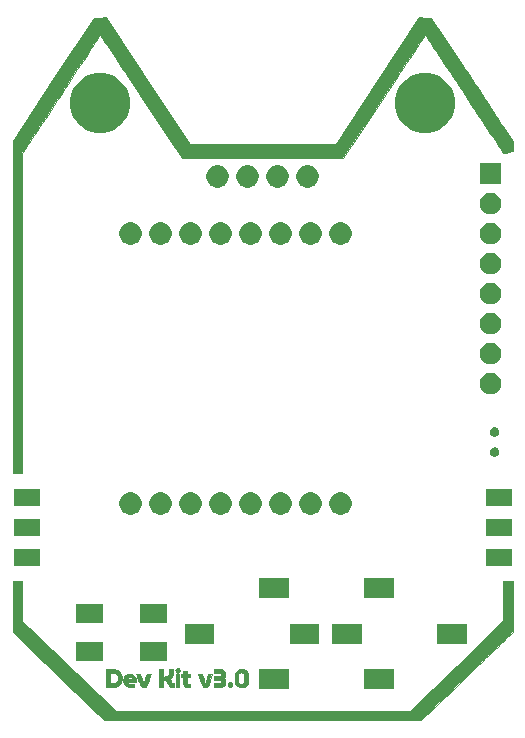
<source format=gts>
G04 #@! TF.GenerationSoftware,KiCad,Pcbnew,5.1.5+dfsg1-2build2*
G04 #@! TF.CreationDate,2022-06-13T19:55:36-07:00*
G04 #@! TF.ProjectId,v3.0.1-Dev-Kit,76332e30-2e31-42d4-9465-762d4b69742e,rev?*
G04 #@! TF.SameCoordinates,Original*
G04 #@! TF.FileFunction,Soldermask,Top*
G04 #@! TF.FilePolarity,Negative*
%FSLAX46Y46*%
G04 Gerber Fmt 4.6, Leading zero omitted, Abs format (unit mm)*
G04 Created by KiCad (PCBNEW 5.1.5+dfsg1-2build2) date 2022-06-13 19:55:36*
%MOMM*%
%LPD*%
G04 APERTURE LIST*
%ADD10C,0.010000*%
%ADD11C,0.150000*%
G04 APERTURE END LIST*
D10*
G36*
X-20370800Y-19828261D02*
G01*
X-16402050Y-23654829D01*
X-12433300Y-27481398D01*
X12459680Y-27481400D01*
X16427940Y-23655249D01*
X20396199Y-19829098D01*
X20396200Y-18168849D01*
X20396200Y-16508600D01*
X21183600Y-16508600D01*
X21182541Y-18648550D01*
X21181483Y-20788500D01*
X20617391Y-21327049D01*
X20538866Y-21402217D01*
X20426051Y-21510506D01*
X20281198Y-21649744D01*
X20106559Y-21817763D01*
X19904385Y-22012392D01*
X19676929Y-22231460D01*
X19426440Y-22472798D01*
X19155172Y-22734235D01*
X18865376Y-23013603D01*
X18559303Y-23308729D01*
X18239205Y-23617445D01*
X17907333Y-23937580D01*
X17565939Y-24266964D01*
X17217275Y-24603428D01*
X16863592Y-24944800D01*
X16738600Y-25065458D01*
X13423900Y-28265318D01*
X-13398500Y-28265394D01*
X-17272000Y-24526960D01*
X-21145500Y-20788525D01*
X-21151994Y-18648562D01*
X-21158486Y-16508600D01*
X-20370800Y-16508600D01*
X-20370800Y-19828261D01*
G37*
X-20370800Y-19828261D02*
X-16402050Y-23654829D01*
X-12433300Y-27481398D01*
X12459680Y-27481400D01*
X16427940Y-23655249D01*
X20396199Y-19829098D01*
X20396200Y-18168849D01*
X20396200Y-16508600D01*
X21183600Y-16508600D01*
X21182541Y-18648550D01*
X21181483Y-20788500D01*
X20617391Y-21327049D01*
X20538866Y-21402217D01*
X20426051Y-21510506D01*
X20281198Y-21649744D01*
X20106559Y-21817763D01*
X19904385Y-22012392D01*
X19676929Y-22231460D01*
X19426440Y-22472798D01*
X19155172Y-22734235D01*
X18865376Y-23013603D01*
X18559303Y-23308729D01*
X18239205Y-23617445D01*
X17907333Y-23937580D01*
X17565939Y-24266964D01*
X17217275Y-24603428D01*
X16863592Y-24944800D01*
X16738600Y-25065458D01*
X13423900Y-28265318D01*
X-13398500Y-28265394D01*
X-17272000Y-24526960D01*
X-21145500Y-20788525D01*
X-21151994Y-18648562D01*
X-21158486Y-16508600D01*
X-20370800Y-16508600D01*
X-20370800Y-19828261D01*
G36*
X-10210581Y-24738889D02*
G01*
X-10166624Y-24872097D01*
X-10126183Y-24985250D01*
X-10092221Y-25070777D01*
X-10067702Y-25121105D01*
X-10057091Y-25131090D01*
X-10033652Y-25096009D01*
X-10033000Y-25089426D01*
X-10025672Y-25056912D01*
X-10005489Y-24985198D01*
X-9975150Y-24883445D01*
X-9937357Y-24760813D01*
X-9917362Y-24697226D01*
X-9801724Y-24331800D01*
X-9637962Y-24331800D01*
X-9540090Y-24335511D01*
X-9487896Y-24347248D01*
X-9475944Y-24363550D01*
X-9484624Y-24396303D01*
X-9507810Y-24469098D01*
X-9542895Y-24574147D01*
X-9587270Y-24703661D01*
X-9638329Y-24849853D01*
X-9647394Y-24875545D01*
X-9711956Y-25055324D01*
X-9764851Y-25192789D01*
X-9810039Y-25293962D01*
X-9851479Y-25364868D01*
X-9893131Y-25411527D01*
X-9938955Y-25439964D01*
X-9992910Y-25456201D01*
X-10033596Y-25462979D01*
X-10122133Y-25460686D01*
X-10202533Y-25438948D01*
X-10271564Y-25394958D01*
X-10323934Y-25340445D01*
X-10341795Y-25302076D01*
X-10371916Y-25225672D01*
X-10411073Y-25120498D01*
X-10456043Y-24995815D01*
X-10503604Y-24860886D01*
X-10550531Y-24724975D01*
X-10593603Y-24597344D01*
X-10629595Y-24487255D01*
X-10655286Y-24403973D01*
X-10667450Y-24356758D01*
X-10668000Y-24351643D01*
X-10644839Y-24341508D01*
X-10584271Y-24334356D01*
X-10503991Y-24331800D01*
X-10339982Y-24331800D01*
X-10210581Y-24738889D01*
G37*
X-10210581Y-24738889D02*
X-10166624Y-24872097D01*
X-10126183Y-24985250D01*
X-10092221Y-25070777D01*
X-10067702Y-25121105D01*
X-10057091Y-25131090D01*
X-10033652Y-25096009D01*
X-10033000Y-25089426D01*
X-10025672Y-25056912D01*
X-10005489Y-24985198D01*
X-9975150Y-24883445D01*
X-9937357Y-24760813D01*
X-9917362Y-24697226D01*
X-9801724Y-24331800D01*
X-9637962Y-24331800D01*
X-9540090Y-24335511D01*
X-9487896Y-24347248D01*
X-9475944Y-24363550D01*
X-9484624Y-24396303D01*
X-9507810Y-24469098D01*
X-9542895Y-24574147D01*
X-9587270Y-24703661D01*
X-9638329Y-24849853D01*
X-9647394Y-24875545D01*
X-9711956Y-25055324D01*
X-9764851Y-25192789D01*
X-9810039Y-25293962D01*
X-9851479Y-25364868D01*
X-9893131Y-25411527D01*
X-9938955Y-25439964D01*
X-9992910Y-25456201D01*
X-10033596Y-25462979D01*
X-10122133Y-25460686D01*
X-10202533Y-25438948D01*
X-10271564Y-25394958D01*
X-10323934Y-25340445D01*
X-10341795Y-25302076D01*
X-10371916Y-25225672D01*
X-10411073Y-25120498D01*
X-10456043Y-24995815D01*
X-10503604Y-24860886D01*
X-10550531Y-24724975D01*
X-10593603Y-24597344D01*
X-10629595Y-24487255D01*
X-10655286Y-24403973D01*
X-10667450Y-24356758D01*
X-10668000Y-24351643D01*
X-10644839Y-24341508D01*
X-10584271Y-24334356D01*
X-10503991Y-24331800D01*
X-10339982Y-24331800D01*
X-10210581Y-24738889D01*
G36*
X-4405563Y-24806923D02*
G01*
X-4455965Y-24956126D01*
X-4501719Y-25090691D01*
X-4540034Y-25202482D01*
X-4568120Y-25283364D01*
X-4583188Y-25325201D01*
X-4583994Y-25327226D01*
X-4633243Y-25387363D01*
X-4716759Y-25433633D01*
X-4818660Y-25460280D01*
X-4923064Y-25461547D01*
X-4944551Y-25457899D01*
X-4993143Y-25442332D01*
X-5036042Y-25413685D01*
X-5076432Y-25366189D01*
X-5117498Y-25294073D01*
X-5162427Y-25191569D01*
X-5214402Y-25052904D01*
X-5276610Y-24872311D01*
X-5290177Y-24831798D01*
X-5457076Y-24331800D01*
X-5113852Y-24331800D01*
X-4988976Y-24737928D01*
X-4946818Y-24872384D01*
X-4908985Y-24988076D01*
X-4878215Y-25077025D01*
X-4857245Y-25131249D01*
X-4849611Y-25144328D01*
X-4837554Y-25121476D01*
X-4813397Y-25058064D01*
X-4779953Y-24962092D01*
X-4740037Y-24841564D01*
X-4709021Y-24744550D01*
X-4582921Y-24344500D01*
X-4413862Y-24337023D01*
X-4244804Y-24329547D01*
X-4405563Y-24806923D01*
G37*
X-4405563Y-24806923D02*
X-4455965Y-24956126D01*
X-4501719Y-25090691D01*
X-4540034Y-25202482D01*
X-4568120Y-25283364D01*
X-4583188Y-25325201D01*
X-4583994Y-25327226D01*
X-4633243Y-25387363D01*
X-4716759Y-25433633D01*
X-4818660Y-25460280D01*
X-4923064Y-25461547D01*
X-4944551Y-25457899D01*
X-4993143Y-25442332D01*
X-5036042Y-25413685D01*
X-5076432Y-25366189D01*
X-5117498Y-25294073D01*
X-5162427Y-25191569D01*
X-5214402Y-25052904D01*
X-5276610Y-24872311D01*
X-5290177Y-24831798D01*
X-5457076Y-24331800D01*
X-5113852Y-24331800D01*
X-4988976Y-24737928D01*
X-4946818Y-24872384D01*
X-4908985Y-24988076D01*
X-4878215Y-25077025D01*
X-4857245Y-25131249D01*
X-4849611Y-25144328D01*
X-4837554Y-25121476D01*
X-4813397Y-25058064D01*
X-4779953Y-24962092D01*
X-4740037Y-24841564D01*
X-4709021Y-24744550D01*
X-4582921Y-24344500D01*
X-4413862Y-24337023D01*
X-4244804Y-24329547D01*
X-4405563Y-24806923D01*
G36*
X-2704047Y-25055523D02*
G01*
X-2619020Y-25112551D01*
X-2614247Y-25117246D01*
X-2554343Y-25202442D01*
X-2545170Y-25287247D01*
X-2586752Y-25371261D01*
X-2597150Y-25383527D01*
X-2680678Y-25446601D01*
X-2772428Y-25463426D01*
X-2844800Y-25442545D01*
X-2919843Y-25379276D01*
X-2956025Y-25295585D01*
X-2952094Y-25205200D01*
X-2906799Y-25121850D01*
X-2876621Y-25093398D01*
X-2789517Y-25049175D01*
X-2704047Y-25055523D01*
G37*
X-2704047Y-25055523D02*
X-2619020Y-25112551D01*
X-2614247Y-25117246D01*
X-2554343Y-25202442D01*
X-2545170Y-25287247D01*
X-2586752Y-25371261D01*
X-2597150Y-25383527D01*
X-2680678Y-25446601D01*
X-2772428Y-25463426D01*
X-2844800Y-25442545D01*
X-2919843Y-25379276D01*
X-2956025Y-25295585D01*
X-2952094Y-25205200D01*
X-2906799Y-25121850D01*
X-2876621Y-25093398D01*
X-2789517Y-25049175D01*
X-2704047Y-25055523D01*
G36*
X-1599800Y-23941644D02*
G01*
X-1457050Y-24008126D01*
X-1340776Y-24108878D01*
X-1271569Y-24214259D01*
X-1250102Y-24262435D01*
X-1235239Y-24309964D01*
X-1226045Y-24366780D01*
X-1221586Y-24442816D01*
X-1220927Y-24548006D01*
X-1223134Y-24692284D01*
X-1223749Y-24722460D01*
X-1227120Y-24871781D01*
X-1231121Y-24979862D01*
X-1237362Y-25056255D01*
X-1247454Y-25110509D01*
X-1263011Y-25152176D01*
X-1285643Y-25190808D01*
X-1308333Y-25223681D01*
X-1416655Y-25335644D01*
X-1555233Y-25415095D01*
X-1712140Y-25457831D01*
X-1875453Y-25459648D01*
X-1942777Y-25447275D01*
X-2092732Y-25385279D01*
X-2216404Y-25283538D01*
X-2305926Y-25149653D01*
X-2337493Y-25065985D01*
X-2349644Y-24993095D01*
X-2357480Y-24883892D01*
X-2361061Y-24752674D01*
X-2360451Y-24613738D01*
X-2355711Y-24481381D01*
X-2346905Y-24369902D01*
X-2344119Y-24353292D01*
X-2032000Y-24353292D01*
X-2032000Y-25021507D01*
X-1957754Y-25095753D01*
X-1866035Y-25157191D01*
X-1766868Y-25169534D01*
X-1666439Y-25132623D01*
X-1627549Y-25104242D01*
X-1549400Y-25038484D01*
X-1549400Y-24336315D01*
X-1627549Y-24270557D01*
X-1726761Y-24214028D01*
X-1827170Y-24206815D01*
X-1922590Y-24248760D01*
X-1957754Y-24279046D01*
X-2032000Y-24353292D01*
X-2344119Y-24353292D01*
X-2334123Y-24293700D01*
X-2280984Y-24182219D01*
X-2191142Y-24076927D01*
X-2078315Y-23990211D01*
X-1956219Y-23934457D01*
X-1928415Y-23927347D01*
X-1759948Y-23913395D01*
X-1599800Y-23941644D01*
G37*
X-1599800Y-23941644D02*
X-1457050Y-24008126D01*
X-1340776Y-24108878D01*
X-1271569Y-24214259D01*
X-1250102Y-24262435D01*
X-1235239Y-24309964D01*
X-1226045Y-24366780D01*
X-1221586Y-24442816D01*
X-1220927Y-24548006D01*
X-1223134Y-24692284D01*
X-1223749Y-24722460D01*
X-1227120Y-24871781D01*
X-1231121Y-24979862D01*
X-1237362Y-25056255D01*
X-1247454Y-25110509D01*
X-1263011Y-25152176D01*
X-1285643Y-25190808D01*
X-1308333Y-25223681D01*
X-1416655Y-25335644D01*
X-1555233Y-25415095D01*
X-1712140Y-25457831D01*
X-1875453Y-25459648D01*
X-1942777Y-25447275D01*
X-2092732Y-25385279D01*
X-2216404Y-25283538D01*
X-2305926Y-25149653D01*
X-2337493Y-25065985D01*
X-2349644Y-24993095D01*
X-2357480Y-24883892D01*
X-2361061Y-24752674D01*
X-2360451Y-24613738D01*
X-2355711Y-24481381D01*
X-2346905Y-24369902D01*
X-2344119Y-24353292D01*
X-2032000Y-24353292D01*
X-2032000Y-25021507D01*
X-1957754Y-25095753D01*
X-1866035Y-25157191D01*
X-1766868Y-25169534D01*
X-1666439Y-25132623D01*
X-1627549Y-25104242D01*
X-1549400Y-25038484D01*
X-1549400Y-24336315D01*
X-1627549Y-24270557D01*
X-1726761Y-24214028D01*
X-1827170Y-24206815D01*
X-1922590Y-24248760D01*
X-1957754Y-24279046D01*
X-2032000Y-24353292D01*
X-2344119Y-24353292D01*
X-2334123Y-24293700D01*
X-2280984Y-24182219D01*
X-2191142Y-24076927D01*
X-2078315Y-23990211D01*
X-1956219Y-23934457D01*
X-1928415Y-23927347D01*
X-1759948Y-23913395D01*
X-1599800Y-23941644D01*
G36*
X-12840163Y-23930883D02*
G01*
X-12693967Y-23936405D01*
X-12587038Y-23942801D01*
X-12507858Y-23952094D01*
X-12444907Y-23966307D01*
X-12386665Y-23987466D01*
X-12321613Y-24017593D01*
X-12307667Y-24024432D01*
X-12147772Y-24124538D01*
X-12030905Y-24247861D01*
X-11955221Y-24397740D01*
X-11918877Y-24577514D01*
X-11916277Y-24732884D01*
X-11941367Y-24921079D01*
X-12000004Y-25075632D01*
X-12095713Y-25203886D01*
X-12176358Y-25274280D01*
X-12255831Y-25329892D01*
X-12332514Y-25370902D01*
X-12416847Y-25399930D01*
X-12519268Y-25419596D01*
X-12650219Y-25432519D01*
X-12820138Y-25441317D01*
X-12846050Y-25442310D01*
X-13208000Y-25455798D01*
X-13208000Y-25144600D01*
X-12877800Y-25144600D01*
X-12719050Y-25144182D01*
X-12597552Y-25135801D01*
X-12502810Y-25108165D01*
X-12461089Y-25087032D01*
X-12344429Y-24998107D01*
X-12271333Y-24887146D01*
X-12243303Y-24791747D01*
X-12235186Y-24629201D01*
X-12271036Y-24488211D01*
X-12346921Y-24373416D01*
X-12458906Y-24289454D01*
X-12603060Y-24240966D01*
X-12719050Y-24230617D01*
X-12877800Y-24230200D01*
X-12877800Y-25144600D01*
X-13208000Y-25144600D01*
X-13208000Y-23918395D01*
X-12840163Y-23930883D01*
G37*
X-12840163Y-23930883D02*
X-12693967Y-23936405D01*
X-12587038Y-23942801D01*
X-12507858Y-23952094D01*
X-12444907Y-23966307D01*
X-12386665Y-23987466D01*
X-12321613Y-24017593D01*
X-12307667Y-24024432D01*
X-12147772Y-24124538D01*
X-12030905Y-24247861D01*
X-11955221Y-24397740D01*
X-11918877Y-24577514D01*
X-11916277Y-24732884D01*
X-11941367Y-24921079D01*
X-12000004Y-25075632D01*
X-12095713Y-25203886D01*
X-12176358Y-25274280D01*
X-12255831Y-25329892D01*
X-12332514Y-25370902D01*
X-12416847Y-25399930D01*
X-12519268Y-25419596D01*
X-12650219Y-25432519D01*
X-12820138Y-25441317D01*
X-12846050Y-25442310D01*
X-13208000Y-25455798D01*
X-13208000Y-25144600D01*
X-12877800Y-25144600D01*
X-12719050Y-25144182D01*
X-12597552Y-25135801D01*
X-12502810Y-25108165D01*
X-12461089Y-25087032D01*
X-12344429Y-24998107D01*
X-12271333Y-24887146D01*
X-12243303Y-24791747D01*
X-12235186Y-24629201D01*
X-12271036Y-24488211D01*
X-12346921Y-24373416D01*
X-12458906Y-24289454D01*
X-12603060Y-24240966D01*
X-12719050Y-24230617D01*
X-12877800Y-24230200D01*
X-12877800Y-25144600D01*
X-13208000Y-25144600D01*
X-13208000Y-23918395D01*
X-12840163Y-23930883D01*
G36*
X-11073524Y-24329718D02*
G01*
X-10941393Y-24395385D01*
X-10836279Y-24498820D01*
X-10762314Y-24635301D01*
X-10723627Y-24800106D01*
X-10718800Y-24889147D01*
X-10718800Y-24992200D01*
X-11087994Y-24992200D01*
X-11231459Y-24992412D01*
X-11331218Y-24993784D01*
X-11394369Y-24997419D01*
X-11428005Y-25004417D01*
X-11439223Y-25015882D01*
X-11435118Y-25032916D01*
X-11428850Y-25045150D01*
X-11367845Y-25106289D01*
X-11262414Y-25147467D01*
X-11115195Y-25167841D01*
X-11037116Y-25170000D01*
X-10845800Y-25170000D01*
X-10845800Y-25449400D01*
X-11042650Y-25447685D01*
X-11156980Y-25442601D01*
X-11268719Y-25430899D01*
X-11353979Y-25415094D01*
X-11355056Y-25414805D01*
X-11509083Y-25357004D01*
X-11624167Y-25274459D01*
X-11708720Y-25160807D01*
X-11720309Y-25138648D01*
X-11773221Y-24984221D01*
X-11783846Y-24828202D01*
X-11771513Y-24763600D01*
X-11456705Y-24763600D01*
X-11252853Y-24763600D01*
X-11148401Y-24761814D01*
X-11085649Y-24755336D01*
X-11055585Y-24742480D01*
X-11049000Y-24725500D01*
X-11071226Y-24668623D01*
X-11126244Y-24618414D01*
X-11196561Y-24588779D01*
X-11224723Y-24585800D01*
X-11317201Y-24595646D01*
X-11378203Y-24631110D01*
X-11418892Y-24690478D01*
X-11456705Y-24763600D01*
X-11771513Y-24763600D01*
X-11755401Y-24679204D01*
X-11691103Y-24545838D01*
X-11594169Y-24436717D01*
X-11467816Y-24360451D01*
X-11423866Y-24345031D01*
X-11336109Y-24322622D01*
X-11258087Y-24308754D01*
X-11228540Y-24306541D01*
X-11073524Y-24329718D01*
G37*
X-11073524Y-24329718D02*
X-10941393Y-24395385D01*
X-10836279Y-24498820D01*
X-10762314Y-24635301D01*
X-10723627Y-24800106D01*
X-10718800Y-24889147D01*
X-10718800Y-24992200D01*
X-11087994Y-24992200D01*
X-11231459Y-24992412D01*
X-11331218Y-24993784D01*
X-11394369Y-24997419D01*
X-11428005Y-25004417D01*
X-11439223Y-25015882D01*
X-11435118Y-25032916D01*
X-11428850Y-25045150D01*
X-11367845Y-25106289D01*
X-11262414Y-25147467D01*
X-11115195Y-25167841D01*
X-11037116Y-25170000D01*
X-10845800Y-25170000D01*
X-10845800Y-25449400D01*
X-11042650Y-25447685D01*
X-11156980Y-25442601D01*
X-11268719Y-25430899D01*
X-11353979Y-25415094D01*
X-11355056Y-25414805D01*
X-11509083Y-25357004D01*
X-11624167Y-25274459D01*
X-11708720Y-25160807D01*
X-11720309Y-25138648D01*
X-11773221Y-24984221D01*
X-11783846Y-24828202D01*
X-11771513Y-24763600D01*
X-11456705Y-24763600D01*
X-11252853Y-24763600D01*
X-11148401Y-24761814D01*
X-11085649Y-24755336D01*
X-11055585Y-24742480D01*
X-11049000Y-24725500D01*
X-11071226Y-24668623D01*
X-11126244Y-24618414D01*
X-11196561Y-24588779D01*
X-11224723Y-24585800D01*
X-11317201Y-24595646D01*
X-11378203Y-24631110D01*
X-11418892Y-24690478D01*
X-11456705Y-24763600D01*
X-11771513Y-24763600D01*
X-11755401Y-24679204D01*
X-11691103Y-24545838D01*
X-11594169Y-24436717D01*
X-11467816Y-24360451D01*
X-11423866Y-24345031D01*
X-11336109Y-24322622D01*
X-11258087Y-24308754D01*
X-11228540Y-24306541D01*
X-11073524Y-24329718D01*
G36*
X-8432800Y-24560400D02*
G01*
X-8312150Y-24560258D01*
X-8171036Y-24549097D01*
X-8056684Y-24517971D01*
X-7978776Y-24469884D01*
X-7963649Y-24452161D01*
X-7942540Y-24402537D01*
X-7930040Y-24321666D01*
X-7925020Y-24201082D01*
X-7924800Y-24161048D01*
X-7924800Y-23925400D01*
X-7594600Y-23925400D01*
X-7594742Y-24160350D01*
X-7599302Y-24324186D01*
X-7614851Y-24448705D01*
X-7644530Y-24544780D01*
X-7691480Y-24623286D01*
X-7745644Y-24682727D01*
X-7842332Y-24775427D01*
X-7750996Y-24960013D01*
X-7704767Y-25051261D01*
X-7671195Y-25106053D01*
X-7640852Y-25133678D01*
X-7604308Y-25143428D01*
X-7563631Y-25144600D01*
X-7467600Y-25144600D01*
X-7467600Y-25455317D01*
X-7632427Y-25444822D01*
X-7737488Y-25432920D01*
X-7819175Y-25407511D01*
X-7886253Y-25361179D01*
X-7947487Y-25286509D01*
X-8011643Y-25176086D01*
X-8057182Y-25085491D01*
X-8176864Y-24839800D01*
X-8432800Y-24839800D01*
X-8432800Y-25449400D01*
X-8763000Y-25449400D01*
X-8763000Y-23925400D01*
X-8432800Y-23925400D01*
X-8432800Y-24560400D01*
G37*
X-8432800Y-24560400D02*
X-8312150Y-24560258D01*
X-8171036Y-24549097D01*
X-8056684Y-24517971D01*
X-7978776Y-24469884D01*
X-7963649Y-24452161D01*
X-7942540Y-24402537D01*
X-7930040Y-24321666D01*
X-7925020Y-24201082D01*
X-7924800Y-24161048D01*
X-7924800Y-23925400D01*
X-7594600Y-23925400D01*
X-7594742Y-24160350D01*
X-7599302Y-24324186D01*
X-7614851Y-24448705D01*
X-7644530Y-24544780D01*
X-7691480Y-24623286D01*
X-7745644Y-24682727D01*
X-7842332Y-24775427D01*
X-7750996Y-24960013D01*
X-7704767Y-25051261D01*
X-7671195Y-25106053D01*
X-7640852Y-25133678D01*
X-7604308Y-25143428D01*
X-7563631Y-25144600D01*
X-7467600Y-25144600D01*
X-7467600Y-25455317D01*
X-7632427Y-25444822D01*
X-7737488Y-25432920D01*
X-7819175Y-25407511D01*
X-7886253Y-25361179D01*
X-7947487Y-25286509D01*
X-8011643Y-25176086D01*
X-8057182Y-25085491D01*
X-8176864Y-24839800D01*
X-8432800Y-24839800D01*
X-8432800Y-25449400D01*
X-8763000Y-25449400D01*
X-8763000Y-23925400D01*
X-8432800Y-23925400D01*
X-8432800Y-24560400D01*
G36*
X-7035800Y-25449400D02*
G01*
X-7340600Y-25449400D01*
X-7340600Y-24331800D01*
X-7035800Y-24331800D01*
X-7035800Y-25449400D01*
G37*
X-7035800Y-25449400D02*
X-7340600Y-25449400D01*
X-7340600Y-24331800D01*
X-7035800Y-24331800D01*
X-7035800Y-25449400D01*
G36*
X-6400800Y-24331800D02*
G01*
X-6096000Y-24331800D01*
X-6096000Y-24611200D01*
X-6402519Y-24611200D01*
X-6395310Y-24884250D01*
X-6388100Y-25157300D01*
X-6242050Y-25164917D01*
X-6096000Y-25172535D01*
X-6096000Y-25449400D01*
X-6267450Y-25447394D01*
X-6360690Y-25444583D01*
X-6436670Y-25439198D01*
X-6477000Y-25432837D01*
X-6561392Y-25399506D01*
X-6622392Y-25358134D01*
X-6663652Y-25300482D01*
X-6688827Y-25218308D01*
X-6701571Y-25103373D01*
X-6705536Y-24947437D01*
X-6705600Y-24917261D01*
X-6705600Y-24611200D01*
X-6883400Y-24611200D01*
X-6883400Y-24331800D01*
X-6705600Y-24331800D01*
X-6705600Y-24077800D01*
X-6400800Y-24077800D01*
X-6400800Y-24331800D01*
G37*
X-6400800Y-24331800D02*
X-6096000Y-24331800D01*
X-6096000Y-24611200D01*
X-6402519Y-24611200D01*
X-6395310Y-24884250D01*
X-6388100Y-25157300D01*
X-6242050Y-25164917D01*
X-6096000Y-25172535D01*
X-6096000Y-25449400D01*
X-6267450Y-25447394D01*
X-6360690Y-25444583D01*
X-6436670Y-25439198D01*
X-6477000Y-25432837D01*
X-6561392Y-25399506D01*
X-6622392Y-25358134D01*
X-6663652Y-25300482D01*
X-6688827Y-25218308D01*
X-6701571Y-25103373D01*
X-6705536Y-24947437D01*
X-6705600Y-24917261D01*
X-6705600Y-24611200D01*
X-6883400Y-24611200D01*
X-6883400Y-24331800D01*
X-6705600Y-24331800D01*
X-6705600Y-24077800D01*
X-6400800Y-24077800D01*
X-6400800Y-24331800D01*
G36*
X-3854450Y-23925541D02*
G01*
X-3728327Y-23927942D01*
X-3611385Y-23934320D01*
X-3518745Y-23943627D01*
X-3474239Y-23951917D01*
X-3358025Y-24005084D01*
X-3254116Y-24089657D01*
X-3186788Y-24181164D01*
X-3154086Y-24289938D01*
X-3151838Y-24414334D01*
X-3178873Y-24531783D01*
X-3207894Y-24588393D01*
X-3266187Y-24674700D01*
X-3207894Y-24760794D01*
X-3166680Y-24844204D01*
X-3150481Y-24945182D01*
X-3149600Y-24984305D01*
X-3164755Y-25124636D01*
X-3214158Y-25236263D01*
X-3301877Y-25331098D01*
X-3370730Y-25379216D01*
X-3450762Y-25412987D01*
X-3551814Y-25434514D01*
X-3683728Y-25445903D01*
X-3854450Y-25449258D01*
X-4140200Y-25449400D01*
X-4140200Y-25144600D01*
X-3852037Y-25144600D01*
X-3724420Y-25143654D01*
X-3637479Y-25139807D01*
X-3581106Y-25131545D01*
X-3545196Y-25117353D01*
X-3519642Y-25095717D01*
X-3518662Y-25094641D01*
X-3479199Y-25018998D01*
X-3480626Y-24937241D01*
X-3522043Y-24867547D01*
X-3530239Y-24860384D01*
X-3568655Y-24837554D01*
X-3622941Y-24823484D01*
X-3704706Y-24816369D01*
X-3825514Y-24814400D01*
X-4064000Y-24814400D01*
X-4064000Y-24535000D01*
X-3828352Y-24535000D01*
X-3683744Y-24530276D01*
X-3582912Y-24514272D01*
X-3519553Y-24484239D01*
X-3487363Y-24437428D01*
X-3479800Y-24382974D01*
X-3485505Y-24322902D01*
X-3507503Y-24280719D01*
X-3553124Y-24253398D01*
X-3629698Y-24237916D01*
X-3744552Y-24231245D01*
X-3849915Y-24230200D01*
X-4140200Y-24230200D01*
X-4140200Y-23925400D01*
X-3854450Y-23925541D01*
G37*
X-3854450Y-23925541D02*
X-3728327Y-23927942D01*
X-3611385Y-23934320D01*
X-3518745Y-23943627D01*
X-3474239Y-23951917D01*
X-3358025Y-24005084D01*
X-3254116Y-24089657D01*
X-3186788Y-24181164D01*
X-3154086Y-24289938D01*
X-3151838Y-24414334D01*
X-3178873Y-24531783D01*
X-3207894Y-24588393D01*
X-3266187Y-24674700D01*
X-3207894Y-24760794D01*
X-3166680Y-24844204D01*
X-3150481Y-24945182D01*
X-3149600Y-24984305D01*
X-3164755Y-25124636D01*
X-3214158Y-25236263D01*
X-3301877Y-25331098D01*
X-3370730Y-25379216D01*
X-3450762Y-25412987D01*
X-3551814Y-25434514D01*
X-3683728Y-25445903D01*
X-3854450Y-25449258D01*
X-4140200Y-25449400D01*
X-4140200Y-25144600D01*
X-3852037Y-25144600D01*
X-3724420Y-25143654D01*
X-3637479Y-25139807D01*
X-3581106Y-25131545D01*
X-3545196Y-25117353D01*
X-3519642Y-25095717D01*
X-3518662Y-25094641D01*
X-3479199Y-25018998D01*
X-3480626Y-24937241D01*
X-3522043Y-24867547D01*
X-3530239Y-24860384D01*
X-3568655Y-24837554D01*
X-3622941Y-24823484D01*
X-3704706Y-24816369D01*
X-3825514Y-24814400D01*
X-4064000Y-24814400D01*
X-4064000Y-24535000D01*
X-3828352Y-24535000D01*
X-3683744Y-24530276D01*
X-3582912Y-24514272D01*
X-3519553Y-24484239D01*
X-3487363Y-24437428D01*
X-3479800Y-24382974D01*
X-3485505Y-24322902D01*
X-3507503Y-24280719D01*
X-3553124Y-24253398D01*
X-3629698Y-24237916D01*
X-3744552Y-24231245D01*
X-3849915Y-24230200D01*
X-4140200Y-24230200D01*
X-4140200Y-23925400D01*
X-3854450Y-23925541D01*
G36*
X-7105737Y-23870619D02*
G01*
X-7035518Y-23925091D01*
X-6991958Y-23997937D01*
X-6985000Y-24039700D01*
X-7006935Y-24120890D01*
X-7063411Y-24182697D01*
X-7140439Y-24219200D01*
X-7224027Y-24224482D01*
X-7300186Y-24192622D01*
X-7315200Y-24179400D01*
X-7360663Y-24103861D01*
X-7367082Y-24019683D01*
X-7339688Y-23940339D01*
X-7283710Y-23879304D01*
X-7204378Y-23850052D01*
X-7187046Y-23849200D01*
X-7105737Y-23870619D01*
G37*
X-7105737Y-23870619D02*
X-7035518Y-23925091D01*
X-6991958Y-23997937D01*
X-6985000Y-24039700D01*
X-7006935Y-24120890D01*
X-7063411Y-24182697D01*
X-7140439Y-24219200D01*
X-7224027Y-24224482D01*
X-7300186Y-24192622D01*
X-7315200Y-24179400D01*
X-7360663Y-24103861D01*
X-7367082Y-24019683D01*
X-7339688Y-23940339D01*
X-7283710Y-23879304D01*
X-7204378Y-23850052D01*
X-7187046Y-23849200D01*
X-7105737Y-23870619D01*
G36*
X-18923000Y-15086200D02*
G01*
X-21057444Y-15086200D01*
X-21043900Y-13752700D01*
X-18923000Y-13739442D01*
X-18923000Y-15086200D01*
G37*
X-18923000Y-15086200D02*
X-21057444Y-15086200D01*
X-21043900Y-13752700D01*
X-18923000Y-13739442D01*
X-18923000Y-15086200D01*
G36*
X21082000Y-15086200D02*
G01*
X18948400Y-15086200D01*
X18948400Y-13740000D01*
X21082000Y-13740000D01*
X21082000Y-15086200D01*
G37*
X21082000Y-15086200D02*
X18948400Y-15086200D01*
X18948400Y-13740000D01*
X21082000Y-13740000D01*
X21082000Y-15086200D01*
G36*
X-18923000Y-12546200D02*
G01*
X-21057444Y-12546200D01*
X-21043900Y-11212700D01*
X-18923000Y-11199442D01*
X-18923000Y-12546200D01*
G37*
X-18923000Y-12546200D02*
X-21057444Y-12546200D01*
X-21043900Y-11212700D01*
X-18923000Y-11199442D01*
X-18923000Y-12546200D01*
G36*
X21082000Y-12546200D02*
G01*
X18948400Y-12546200D01*
X18948400Y-11200000D01*
X21082000Y-11200000D01*
X21082000Y-12546200D01*
G37*
X21082000Y-12546200D02*
X18948400Y-12546200D01*
X18948400Y-11200000D01*
X21082000Y-11200000D01*
X21082000Y-12546200D01*
G36*
X-18923000Y-10006200D02*
G01*
X-21057444Y-10006200D01*
X-21043900Y-8672700D01*
X-18923000Y-8659442D01*
X-18923000Y-10006200D01*
G37*
X-18923000Y-10006200D02*
X-21057444Y-10006200D01*
X-21043900Y-8672700D01*
X-18923000Y-8659442D01*
X-18923000Y-10006200D01*
G36*
X21082000Y-10006200D02*
G01*
X18948400Y-10006200D01*
X18948400Y-8660000D01*
X21082000Y-8660000D01*
X21082000Y-10006200D01*
G37*
X21082000Y-10006200D02*
X18948400Y-10006200D01*
X18948400Y-8660000D01*
X21082000Y-8660000D01*
X21082000Y-10006200D01*
G36*
X13763439Y31242382D02*
G01*
X14287500Y31241364D01*
X16890444Y27286332D01*
X17172689Y26857502D01*
X17455989Y26427119D01*
X17738313Y25998265D01*
X18017635Y25574019D01*
X18291923Y25157462D01*
X18559151Y24751673D01*
X18817288Y24359732D01*
X19064306Y23984721D01*
X19298175Y23629718D01*
X19516868Y23297804D01*
X19718355Y22992059D01*
X19900608Y22715564D01*
X20061597Y22471398D01*
X20199293Y22262641D01*
X20311668Y22092374D01*
X20338494Y22051750D01*
X21183600Y20772200D01*
X21183600Y19950980D01*
X20821489Y19844090D01*
X20691175Y19806352D01*
X20576343Y19774460D01*
X20486654Y19750993D01*
X20431767Y19738532D01*
X20421254Y19737201D01*
X20386841Y19757341D01*
X20341743Y19808642D01*
X20317182Y19845150D01*
X20294519Y19880607D01*
X20245795Y19955558D01*
X20172510Y20067728D01*
X20076165Y20214838D01*
X19958262Y20394610D01*
X19820300Y20604767D01*
X19663781Y20843031D01*
X19490205Y21107124D01*
X19301073Y21394768D01*
X19097886Y21703687D01*
X18882144Y22031601D01*
X18655348Y22376233D01*
X18418999Y22735307D01*
X18174598Y23106543D01*
X17923644Y23487664D01*
X17667640Y23876392D01*
X17408086Y24270450D01*
X17146482Y24667560D01*
X16884329Y25065444D01*
X16623128Y25461824D01*
X16364379Y25854423D01*
X16109584Y26240963D01*
X15860243Y26619166D01*
X15617857Y26986755D01*
X15383926Y27341451D01*
X15159952Y27680978D01*
X14947434Y28003056D01*
X14747874Y28305410D01*
X14562772Y28585759D01*
X14393630Y28841829D01*
X14241947Y29071339D01*
X14109225Y29272013D01*
X13996964Y29441573D01*
X13906666Y29577741D01*
X13839830Y29678239D01*
X13797957Y29740790D01*
X13782607Y29763058D01*
X13772909Y29756681D01*
X13749956Y29729598D01*
X13712972Y29680643D01*
X13661177Y29608650D01*
X13593794Y29512456D01*
X13510044Y29390894D01*
X13409149Y29242801D01*
X13290330Y29067011D01*
X13152809Y28862358D01*
X12995808Y28627679D01*
X12818548Y28361808D01*
X12620251Y28063580D01*
X12400138Y27731830D01*
X12157432Y27365393D01*
X11891353Y26963105D01*
X11601124Y26523799D01*
X11285967Y26046312D01*
X10945102Y25529478D01*
X10577752Y24972132D01*
X10299585Y24549906D01*
X6845300Y19305797D01*
X-6819900Y19306151D01*
X-10273933Y24550336D01*
X-10660359Y25136899D01*
X-11019749Y25682125D01*
X-11352886Y26187184D01*
X-11660551Y26653248D01*
X-11943526Y27081486D01*
X-12202594Y27473069D01*
X-12438535Y27829166D01*
X-12652133Y28150949D01*
X-12844168Y28439587D01*
X-13015423Y28696252D01*
X-13166679Y28922112D01*
X-13298719Y29118340D01*
X-13412324Y29286104D01*
X-13508276Y29426575D01*
X-13587357Y29540924D01*
X-13650349Y29630320D01*
X-13698034Y29695935D01*
X-13731193Y29738939D01*
X-13750608Y29760501D01*
X-13756617Y29763311D01*
X-13773133Y29739399D01*
X-13816282Y29674998D01*
X-13884777Y29572058D01*
X-13977331Y29432531D01*
X-14092657Y29258365D01*
X-14229466Y29051512D01*
X-14386473Y28813921D01*
X-14562389Y28547543D01*
X-14755927Y28254329D01*
X-14965800Y27936228D01*
X-15190721Y27595191D01*
X-15429403Y27233168D01*
X-15680558Y26852109D01*
X-15942898Y26453965D01*
X-16215137Y26040686D01*
X-16495988Y25614223D01*
X-16784162Y25176525D01*
X-16803334Y25147400D01*
X-17095759Y24703196D01*
X-17383013Y24266873D01*
X-17663666Y23840603D01*
X-17936286Y23426558D01*
X-18199444Y23026911D01*
X-18451708Y22643834D01*
X-18691648Y22279499D01*
X-18917833Y21936077D01*
X-19128832Y21615741D01*
X-19323215Y21320662D01*
X-19499551Y21053014D01*
X-19656409Y20814968D01*
X-19792359Y20608695D01*
X-19905970Y20436369D01*
X-19995811Y20300161D01*
X-20060452Y20202243D01*
X-20096101Y20148348D01*
X-20370800Y19733995D01*
X-20370800Y-7313800D01*
X-21158200Y-7313800D01*
X-21158052Y20765900D01*
X-17710076Y26003498D01*
X-14262100Y31241095D01*
X-13737601Y31242248D01*
X-13213102Y31243400D01*
X-9686301Y25885293D01*
X-6159500Y20527185D01*
X6184900Y20526773D01*
X9712139Y25885087D01*
X13239379Y31243400D01*
X13763439Y31242382D01*
G37*
X13763439Y31242382D02*
X14287500Y31241364D01*
X16890444Y27286332D01*
X17172689Y26857502D01*
X17455989Y26427119D01*
X17738313Y25998265D01*
X18017635Y25574019D01*
X18291923Y25157462D01*
X18559151Y24751673D01*
X18817288Y24359732D01*
X19064306Y23984721D01*
X19298175Y23629718D01*
X19516868Y23297804D01*
X19718355Y22992059D01*
X19900608Y22715564D01*
X20061597Y22471398D01*
X20199293Y22262641D01*
X20311668Y22092374D01*
X20338494Y22051750D01*
X21183600Y20772200D01*
X21183600Y19950980D01*
X20821489Y19844090D01*
X20691175Y19806352D01*
X20576343Y19774460D01*
X20486654Y19750993D01*
X20431767Y19738532D01*
X20421254Y19737201D01*
X20386841Y19757341D01*
X20341743Y19808642D01*
X20317182Y19845150D01*
X20294519Y19880607D01*
X20245795Y19955558D01*
X20172510Y20067728D01*
X20076165Y20214838D01*
X19958262Y20394610D01*
X19820300Y20604767D01*
X19663781Y20843031D01*
X19490205Y21107124D01*
X19301073Y21394768D01*
X19097886Y21703687D01*
X18882144Y22031601D01*
X18655348Y22376233D01*
X18418999Y22735307D01*
X18174598Y23106543D01*
X17923644Y23487664D01*
X17667640Y23876392D01*
X17408086Y24270450D01*
X17146482Y24667560D01*
X16884329Y25065444D01*
X16623128Y25461824D01*
X16364379Y25854423D01*
X16109584Y26240963D01*
X15860243Y26619166D01*
X15617857Y26986755D01*
X15383926Y27341451D01*
X15159952Y27680978D01*
X14947434Y28003056D01*
X14747874Y28305410D01*
X14562772Y28585759D01*
X14393630Y28841829D01*
X14241947Y29071339D01*
X14109225Y29272013D01*
X13996964Y29441573D01*
X13906666Y29577741D01*
X13839830Y29678239D01*
X13797957Y29740790D01*
X13782607Y29763058D01*
X13772909Y29756681D01*
X13749956Y29729598D01*
X13712972Y29680643D01*
X13661177Y29608650D01*
X13593794Y29512456D01*
X13510044Y29390894D01*
X13409149Y29242801D01*
X13290330Y29067011D01*
X13152809Y28862358D01*
X12995808Y28627679D01*
X12818548Y28361808D01*
X12620251Y28063580D01*
X12400138Y27731830D01*
X12157432Y27365393D01*
X11891353Y26963105D01*
X11601124Y26523799D01*
X11285967Y26046312D01*
X10945102Y25529478D01*
X10577752Y24972132D01*
X10299585Y24549906D01*
X6845300Y19305797D01*
X-6819900Y19306151D01*
X-10273933Y24550336D01*
X-10660359Y25136899D01*
X-11019749Y25682125D01*
X-11352886Y26187184D01*
X-11660551Y26653248D01*
X-11943526Y27081486D01*
X-12202594Y27473069D01*
X-12438535Y27829166D01*
X-12652133Y28150949D01*
X-12844168Y28439587D01*
X-13015423Y28696252D01*
X-13166679Y28922112D01*
X-13298719Y29118340D01*
X-13412324Y29286104D01*
X-13508276Y29426575D01*
X-13587357Y29540924D01*
X-13650349Y29630320D01*
X-13698034Y29695935D01*
X-13731193Y29738939D01*
X-13750608Y29760501D01*
X-13756617Y29763311D01*
X-13773133Y29739399D01*
X-13816282Y29674998D01*
X-13884777Y29572058D01*
X-13977331Y29432531D01*
X-14092657Y29258365D01*
X-14229466Y29051512D01*
X-14386473Y28813921D01*
X-14562389Y28547543D01*
X-14755927Y28254329D01*
X-14965800Y27936228D01*
X-15190721Y27595191D01*
X-15429403Y27233168D01*
X-15680558Y26852109D01*
X-15942898Y26453965D01*
X-16215137Y26040686D01*
X-16495988Y25614223D01*
X-16784162Y25176525D01*
X-16803334Y25147400D01*
X-17095759Y24703196D01*
X-17383013Y24266873D01*
X-17663666Y23840603D01*
X-17936286Y23426558D01*
X-18199444Y23026911D01*
X-18451708Y22643834D01*
X-18691648Y22279499D01*
X-18917833Y21936077D01*
X-19128832Y21615741D01*
X-19323215Y21320662D01*
X-19499551Y21053014D01*
X-19656409Y20814968D01*
X-19792359Y20608695D01*
X-19905970Y20436369D01*
X-19995811Y20300161D01*
X-20060452Y20202243D01*
X-20096101Y20148348D01*
X-20370800Y19733995D01*
X-20370800Y-7313800D01*
X-21158200Y-7313800D01*
X-21158052Y20765900D01*
X-17710076Y26003498D01*
X-14262100Y31241095D01*
X-13737601Y31242248D01*
X-13213102Y31243400D01*
X-9686301Y25885293D01*
X-6159500Y20527185D01*
X6184900Y20526773D01*
X9712139Y25885087D01*
X13239379Y31243400D01*
X13763439Y31242382D01*
D11*
G36*
X11093500Y-25616000D02*
G01*
X8591500Y-25616000D01*
X8591500Y-23914000D01*
X11093500Y-23914000D01*
X11093500Y-25616000D01*
G37*
G36*
X2203500Y-25616000D02*
G01*
X-298500Y-25616000D01*
X-298500Y-23914000D01*
X2203500Y-23914000D01*
X2203500Y-25616000D01*
G37*
G36*
X-13487000Y-23229000D02*
G01*
X-15789000Y-23229000D01*
X-15789000Y-21627000D01*
X-13487000Y-21627000D01*
X-13487000Y-23229000D01*
G37*
G36*
X-8087000Y-23229000D02*
G01*
X-10389000Y-23229000D01*
X-10389000Y-21627000D01*
X-8087000Y-21627000D01*
X-8087000Y-23229000D01*
G37*
G36*
X8426500Y-21784000D02*
G01*
X5924500Y-21784000D01*
X5924500Y-20082000D01*
X8426500Y-20082000D01*
X8426500Y-21784000D01*
G37*
G36*
X4807000Y-21784000D02*
G01*
X2305000Y-21784000D01*
X2305000Y-20082000D01*
X4807000Y-20082000D01*
X4807000Y-21784000D01*
G37*
G36*
X-4083000Y-21784000D02*
G01*
X-6585000Y-21784000D01*
X-6585000Y-20082000D01*
X-4083000Y-20082000D01*
X-4083000Y-21784000D01*
G37*
G36*
X17316500Y-21784000D02*
G01*
X14814500Y-21784000D01*
X14814500Y-20082000D01*
X17316500Y-20082000D01*
X17316500Y-21784000D01*
G37*
G36*
X-8087000Y-20029000D02*
G01*
X-10389000Y-20029000D01*
X-10389000Y-18427000D01*
X-8087000Y-18427000D01*
X-8087000Y-20029000D01*
G37*
G36*
X-13487000Y-20029000D02*
G01*
X-15789000Y-20029000D01*
X-15789000Y-18427000D01*
X-13487000Y-18427000D01*
X-13487000Y-20029000D01*
G37*
G36*
X2203500Y-17932500D02*
G01*
X-298500Y-17932500D01*
X-298500Y-16230500D01*
X2203500Y-16230500D01*
X2203500Y-17932500D01*
G37*
G36*
X11093500Y-17932500D02*
G01*
X8591500Y-17932500D01*
X8591500Y-16230500D01*
X11093500Y-16230500D01*
X11093500Y-17932500D01*
G37*
G36*
X-10898605Y-8991546D02*
G01*
X-10725534Y-9063234D01*
X-10725533Y-9063235D01*
X-10569773Y-9167310D01*
X-10437310Y-9299773D01*
X-10437309Y-9299775D01*
X-10333234Y-9455534D01*
X-10261546Y-9628605D01*
X-10225000Y-9812333D01*
X-10225000Y-9999667D01*
X-10261546Y-10183395D01*
X-10333234Y-10356466D01*
X-10333235Y-10356467D01*
X-10437310Y-10512227D01*
X-10569773Y-10644690D01*
X-10648182Y-10697081D01*
X-10725534Y-10748766D01*
X-10898605Y-10820454D01*
X-11082333Y-10857000D01*
X-11269667Y-10857000D01*
X-11453395Y-10820454D01*
X-11626466Y-10748766D01*
X-11703818Y-10697081D01*
X-11782227Y-10644690D01*
X-11914690Y-10512227D01*
X-12018765Y-10356467D01*
X-12018766Y-10356466D01*
X-12090454Y-10183395D01*
X-12127000Y-9999667D01*
X-12127000Y-9812333D01*
X-12090454Y-9628605D01*
X-12018766Y-9455534D01*
X-11914691Y-9299775D01*
X-11914690Y-9299773D01*
X-11782227Y-9167310D01*
X-11626467Y-9063235D01*
X-11626466Y-9063234D01*
X-11453395Y-8991546D01*
X-11269667Y-8955000D01*
X-11082333Y-8955000D01*
X-10898605Y-8991546D01*
G37*
G36*
X-8358605Y-8991546D02*
G01*
X-8185534Y-9063234D01*
X-8185533Y-9063235D01*
X-8029773Y-9167310D01*
X-7897310Y-9299773D01*
X-7897309Y-9299775D01*
X-7793234Y-9455534D01*
X-7721546Y-9628605D01*
X-7685000Y-9812333D01*
X-7685000Y-9999667D01*
X-7721546Y-10183395D01*
X-7793234Y-10356466D01*
X-7793235Y-10356467D01*
X-7897310Y-10512227D01*
X-8029773Y-10644690D01*
X-8108182Y-10697081D01*
X-8185534Y-10748766D01*
X-8358605Y-10820454D01*
X-8542333Y-10857000D01*
X-8729667Y-10857000D01*
X-8913395Y-10820454D01*
X-9086466Y-10748766D01*
X-9163818Y-10697081D01*
X-9242227Y-10644690D01*
X-9374690Y-10512227D01*
X-9478765Y-10356467D01*
X-9478766Y-10356466D01*
X-9550454Y-10183395D01*
X-9587000Y-9999667D01*
X-9587000Y-9812333D01*
X-9550454Y-9628605D01*
X-9478766Y-9455534D01*
X-9374691Y-9299775D01*
X-9374690Y-9299773D01*
X-9242227Y-9167310D01*
X-9086467Y-9063235D01*
X-9086466Y-9063234D01*
X-8913395Y-8991546D01*
X-8729667Y-8955000D01*
X-8542333Y-8955000D01*
X-8358605Y-8991546D01*
G37*
G36*
X-5818605Y-8991546D02*
G01*
X-5645534Y-9063234D01*
X-5645533Y-9063235D01*
X-5489773Y-9167310D01*
X-5357310Y-9299773D01*
X-5357309Y-9299775D01*
X-5253234Y-9455534D01*
X-5181546Y-9628605D01*
X-5145000Y-9812333D01*
X-5145000Y-9999667D01*
X-5181546Y-10183395D01*
X-5253234Y-10356466D01*
X-5253235Y-10356467D01*
X-5357310Y-10512227D01*
X-5489773Y-10644690D01*
X-5568182Y-10697081D01*
X-5645534Y-10748766D01*
X-5818605Y-10820454D01*
X-6002333Y-10857000D01*
X-6189667Y-10857000D01*
X-6373395Y-10820454D01*
X-6546466Y-10748766D01*
X-6623818Y-10697081D01*
X-6702227Y-10644690D01*
X-6834690Y-10512227D01*
X-6938765Y-10356467D01*
X-6938766Y-10356466D01*
X-7010454Y-10183395D01*
X-7047000Y-9999667D01*
X-7047000Y-9812333D01*
X-7010454Y-9628605D01*
X-6938766Y-9455534D01*
X-6834691Y-9299775D01*
X-6834690Y-9299773D01*
X-6702227Y-9167310D01*
X-6546467Y-9063235D01*
X-6546466Y-9063234D01*
X-6373395Y-8991546D01*
X-6189667Y-8955000D01*
X-6002333Y-8955000D01*
X-5818605Y-8991546D01*
G37*
G36*
X-3278605Y-8991546D02*
G01*
X-3105534Y-9063234D01*
X-3105533Y-9063235D01*
X-2949773Y-9167310D01*
X-2817310Y-9299773D01*
X-2817309Y-9299775D01*
X-2713234Y-9455534D01*
X-2641546Y-9628605D01*
X-2605000Y-9812333D01*
X-2605000Y-9999667D01*
X-2641546Y-10183395D01*
X-2713234Y-10356466D01*
X-2713235Y-10356467D01*
X-2817310Y-10512227D01*
X-2949773Y-10644690D01*
X-3028182Y-10697081D01*
X-3105534Y-10748766D01*
X-3278605Y-10820454D01*
X-3462333Y-10857000D01*
X-3649667Y-10857000D01*
X-3833395Y-10820454D01*
X-4006466Y-10748766D01*
X-4083818Y-10697081D01*
X-4162227Y-10644690D01*
X-4294690Y-10512227D01*
X-4398765Y-10356467D01*
X-4398766Y-10356466D01*
X-4470454Y-10183395D01*
X-4507000Y-9999667D01*
X-4507000Y-9812333D01*
X-4470454Y-9628605D01*
X-4398766Y-9455534D01*
X-4294691Y-9299775D01*
X-4294690Y-9299773D01*
X-4162227Y-9167310D01*
X-4006467Y-9063235D01*
X-4006466Y-9063234D01*
X-3833395Y-8991546D01*
X-3649667Y-8955000D01*
X-3462333Y-8955000D01*
X-3278605Y-8991546D01*
G37*
G36*
X-738605Y-8991546D02*
G01*
X-565534Y-9063234D01*
X-565533Y-9063235D01*
X-409773Y-9167310D01*
X-277310Y-9299773D01*
X-277309Y-9299775D01*
X-173234Y-9455534D01*
X-101546Y-9628605D01*
X-65000Y-9812333D01*
X-65000Y-9999667D01*
X-101546Y-10183395D01*
X-173234Y-10356466D01*
X-173235Y-10356467D01*
X-277310Y-10512227D01*
X-409773Y-10644690D01*
X-488182Y-10697081D01*
X-565534Y-10748766D01*
X-738605Y-10820454D01*
X-922333Y-10857000D01*
X-1109667Y-10857000D01*
X-1293395Y-10820454D01*
X-1466466Y-10748766D01*
X-1543818Y-10697081D01*
X-1622227Y-10644690D01*
X-1754690Y-10512227D01*
X-1858765Y-10356467D01*
X-1858766Y-10356466D01*
X-1930454Y-10183395D01*
X-1967000Y-9999667D01*
X-1967000Y-9812333D01*
X-1930454Y-9628605D01*
X-1858766Y-9455534D01*
X-1754691Y-9299775D01*
X-1754690Y-9299773D01*
X-1622227Y-9167310D01*
X-1466467Y-9063235D01*
X-1466466Y-9063234D01*
X-1293395Y-8991546D01*
X-1109667Y-8955000D01*
X-922333Y-8955000D01*
X-738605Y-8991546D01*
G37*
G36*
X1801395Y-8991546D02*
G01*
X1974466Y-9063234D01*
X1974467Y-9063235D01*
X2130227Y-9167310D01*
X2262690Y-9299773D01*
X2262691Y-9299775D01*
X2366766Y-9455534D01*
X2438454Y-9628605D01*
X2475000Y-9812333D01*
X2475000Y-9999667D01*
X2438454Y-10183395D01*
X2366766Y-10356466D01*
X2366765Y-10356467D01*
X2262690Y-10512227D01*
X2130227Y-10644690D01*
X2051818Y-10697081D01*
X1974466Y-10748766D01*
X1801395Y-10820454D01*
X1617667Y-10857000D01*
X1430333Y-10857000D01*
X1246605Y-10820454D01*
X1073534Y-10748766D01*
X996182Y-10697081D01*
X917773Y-10644690D01*
X785310Y-10512227D01*
X681235Y-10356467D01*
X681234Y-10356466D01*
X609546Y-10183395D01*
X573000Y-9999667D01*
X573000Y-9812333D01*
X609546Y-9628605D01*
X681234Y-9455534D01*
X785309Y-9299775D01*
X785310Y-9299773D01*
X917773Y-9167310D01*
X1073533Y-9063235D01*
X1073534Y-9063234D01*
X1246605Y-8991546D01*
X1430333Y-8955000D01*
X1617667Y-8955000D01*
X1801395Y-8991546D01*
G37*
G36*
X4341395Y-8991546D02*
G01*
X4514466Y-9063234D01*
X4514467Y-9063235D01*
X4670227Y-9167310D01*
X4802690Y-9299773D01*
X4802691Y-9299775D01*
X4906766Y-9455534D01*
X4978454Y-9628605D01*
X5015000Y-9812333D01*
X5015000Y-9999667D01*
X4978454Y-10183395D01*
X4906766Y-10356466D01*
X4906765Y-10356467D01*
X4802690Y-10512227D01*
X4670227Y-10644690D01*
X4591818Y-10697081D01*
X4514466Y-10748766D01*
X4341395Y-10820454D01*
X4157667Y-10857000D01*
X3970333Y-10857000D01*
X3786605Y-10820454D01*
X3613534Y-10748766D01*
X3536182Y-10697081D01*
X3457773Y-10644690D01*
X3325310Y-10512227D01*
X3221235Y-10356467D01*
X3221234Y-10356466D01*
X3149546Y-10183395D01*
X3113000Y-9999667D01*
X3113000Y-9812333D01*
X3149546Y-9628605D01*
X3221234Y-9455534D01*
X3325309Y-9299775D01*
X3325310Y-9299773D01*
X3457773Y-9167310D01*
X3613533Y-9063235D01*
X3613534Y-9063234D01*
X3786605Y-8991546D01*
X3970333Y-8955000D01*
X4157667Y-8955000D01*
X4341395Y-8991546D01*
G37*
G36*
X6881395Y-8991546D02*
G01*
X7054466Y-9063234D01*
X7054467Y-9063235D01*
X7210227Y-9167310D01*
X7342690Y-9299773D01*
X7342691Y-9299775D01*
X7446766Y-9455534D01*
X7518454Y-9628605D01*
X7555000Y-9812333D01*
X7555000Y-9999667D01*
X7518454Y-10183395D01*
X7446766Y-10356466D01*
X7446765Y-10356467D01*
X7342690Y-10512227D01*
X7210227Y-10644690D01*
X7131818Y-10697081D01*
X7054466Y-10748766D01*
X6881395Y-10820454D01*
X6697667Y-10857000D01*
X6510333Y-10857000D01*
X6326605Y-10820454D01*
X6153534Y-10748766D01*
X6076182Y-10697081D01*
X5997773Y-10644690D01*
X5865310Y-10512227D01*
X5761235Y-10356467D01*
X5761234Y-10356466D01*
X5689546Y-10183395D01*
X5653000Y-9999667D01*
X5653000Y-9812333D01*
X5689546Y-9628605D01*
X5761234Y-9455534D01*
X5865309Y-9299775D01*
X5865310Y-9299773D01*
X5997773Y-9167310D01*
X6153533Y-9063235D01*
X6153534Y-9063234D01*
X6326605Y-8991546D01*
X6510333Y-8955000D01*
X6697667Y-8955000D01*
X6881395Y-8991546D01*
G37*
G36*
X19732231Y-5155705D02*
G01*
X19770967Y-5163410D01*
X19801195Y-5175931D01*
X19843944Y-5193638D01*
X19909622Y-5237523D01*
X19965477Y-5293378D01*
X20009362Y-5359056D01*
X20039590Y-5432034D01*
X20055000Y-5509504D01*
X20055000Y-5588496D01*
X20039590Y-5665966D01*
X20009362Y-5738944D01*
X19965477Y-5804622D01*
X19909622Y-5860477D01*
X19843944Y-5904362D01*
X19801195Y-5922069D01*
X19770967Y-5934590D01*
X19732231Y-5942295D01*
X19693496Y-5950000D01*
X19614504Y-5950000D01*
X19575769Y-5942295D01*
X19537033Y-5934590D01*
X19506805Y-5922069D01*
X19464056Y-5904362D01*
X19398378Y-5860477D01*
X19342523Y-5804622D01*
X19298638Y-5738944D01*
X19268410Y-5665966D01*
X19253000Y-5588496D01*
X19253000Y-5509504D01*
X19268410Y-5432034D01*
X19298638Y-5359056D01*
X19342523Y-5293378D01*
X19398378Y-5237523D01*
X19464056Y-5193638D01*
X19506805Y-5175931D01*
X19537033Y-5163410D01*
X19575769Y-5155705D01*
X19614504Y-5148000D01*
X19693496Y-5148000D01*
X19732231Y-5155705D01*
G37*
G36*
X19732231Y-3455705D02*
G01*
X19770967Y-3463410D01*
X19801195Y-3475931D01*
X19843944Y-3493638D01*
X19909622Y-3537523D01*
X19965477Y-3593378D01*
X20009362Y-3659056D01*
X20039590Y-3732034D01*
X20055000Y-3809504D01*
X20055000Y-3888496D01*
X20039590Y-3965966D01*
X20009362Y-4038944D01*
X19965477Y-4104622D01*
X19909622Y-4160477D01*
X19843944Y-4204362D01*
X19801195Y-4222069D01*
X19770967Y-4234590D01*
X19732231Y-4242295D01*
X19693496Y-4250000D01*
X19614504Y-4250000D01*
X19575769Y-4242295D01*
X19537033Y-4234590D01*
X19506805Y-4222069D01*
X19464056Y-4204362D01*
X19398378Y-4160477D01*
X19342523Y-4104622D01*
X19298638Y-4038944D01*
X19268410Y-3965966D01*
X19253000Y-3888496D01*
X19253000Y-3809504D01*
X19268410Y-3732034D01*
X19298638Y-3659056D01*
X19342523Y-3593378D01*
X19398378Y-3537523D01*
X19464056Y-3493638D01*
X19506805Y-3475931D01*
X19537033Y-3463410D01*
X19575769Y-3455705D01*
X19614504Y-3448000D01*
X19693496Y-3448000D01*
X19732231Y-3455705D01*
G37*
G36*
X19417512Y1150073D02*
G01*
X19566812Y1120376D01*
X19730784Y1052456D01*
X19878354Y953853D01*
X20003853Y828354D01*
X20102456Y680784D01*
X20170376Y516812D01*
X20205000Y342741D01*
X20205000Y165259D01*
X20170376Y-8812D01*
X20102456Y-172784D01*
X20003853Y-320354D01*
X19878354Y-445853D01*
X19730784Y-544456D01*
X19566812Y-612376D01*
X19417512Y-642073D01*
X19392742Y-647000D01*
X19215258Y-647000D01*
X19190488Y-642073D01*
X19041188Y-612376D01*
X18877216Y-544456D01*
X18729646Y-445853D01*
X18604147Y-320354D01*
X18505544Y-172784D01*
X18437624Y-8812D01*
X18403000Y165259D01*
X18403000Y342741D01*
X18437624Y516812D01*
X18505544Y680784D01*
X18604147Y828354D01*
X18729646Y953853D01*
X18877216Y1052456D01*
X19041188Y1120376D01*
X19190488Y1150073D01*
X19215258Y1155000D01*
X19392742Y1155000D01*
X19417512Y1150073D01*
G37*
G36*
X19417512Y3690073D02*
G01*
X19566812Y3660376D01*
X19730784Y3592456D01*
X19878354Y3493853D01*
X20003853Y3368354D01*
X20102456Y3220784D01*
X20170376Y3056812D01*
X20205000Y2882741D01*
X20205000Y2705259D01*
X20170376Y2531188D01*
X20102456Y2367216D01*
X20003853Y2219646D01*
X19878354Y2094147D01*
X19730784Y1995544D01*
X19566812Y1927624D01*
X19417512Y1897927D01*
X19392742Y1893000D01*
X19215258Y1893000D01*
X19190488Y1897927D01*
X19041188Y1927624D01*
X18877216Y1995544D01*
X18729646Y2094147D01*
X18604147Y2219646D01*
X18505544Y2367216D01*
X18437624Y2531188D01*
X18403000Y2705259D01*
X18403000Y2882741D01*
X18437624Y3056812D01*
X18505544Y3220784D01*
X18604147Y3368354D01*
X18729646Y3493853D01*
X18877216Y3592456D01*
X19041188Y3660376D01*
X19190488Y3690073D01*
X19215258Y3695000D01*
X19392742Y3695000D01*
X19417512Y3690073D01*
G37*
G36*
X19417512Y6230073D02*
G01*
X19566812Y6200376D01*
X19730784Y6132456D01*
X19878354Y6033853D01*
X20003853Y5908354D01*
X20102456Y5760784D01*
X20170376Y5596812D01*
X20205000Y5422741D01*
X20205000Y5245259D01*
X20170376Y5071188D01*
X20102456Y4907216D01*
X20003853Y4759646D01*
X19878354Y4634147D01*
X19730784Y4535544D01*
X19566812Y4467624D01*
X19417512Y4437927D01*
X19392742Y4433000D01*
X19215258Y4433000D01*
X19190488Y4437927D01*
X19041188Y4467624D01*
X18877216Y4535544D01*
X18729646Y4634147D01*
X18604147Y4759646D01*
X18505544Y4907216D01*
X18437624Y5071188D01*
X18403000Y5245259D01*
X18403000Y5422741D01*
X18437624Y5596812D01*
X18505544Y5760784D01*
X18604147Y5908354D01*
X18729646Y6033853D01*
X18877216Y6132456D01*
X19041188Y6200376D01*
X19190488Y6230073D01*
X19215258Y6235000D01*
X19392742Y6235000D01*
X19417512Y6230073D01*
G37*
G36*
X19417512Y8770073D02*
G01*
X19566812Y8740376D01*
X19730784Y8672456D01*
X19878354Y8573853D01*
X20003853Y8448354D01*
X20102456Y8300784D01*
X20170376Y8136812D01*
X20205000Y7962741D01*
X20205000Y7785259D01*
X20170376Y7611188D01*
X20102456Y7447216D01*
X20003853Y7299646D01*
X19878354Y7174147D01*
X19730784Y7075544D01*
X19566812Y7007624D01*
X19417512Y6977927D01*
X19392742Y6973000D01*
X19215258Y6973000D01*
X19190488Y6977927D01*
X19041188Y7007624D01*
X18877216Y7075544D01*
X18729646Y7174147D01*
X18604147Y7299646D01*
X18505544Y7447216D01*
X18437624Y7611188D01*
X18403000Y7785259D01*
X18403000Y7962741D01*
X18437624Y8136812D01*
X18505544Y8300784D01*
X18604147Y8448354D01*
X18729646Y8573853D01*
X18877216Y8672456D01*
X19041188Y8740376D01*
X19190488Y8770073D01*
X19215258Y8775000D01*
X19392742Y8775000D01*
X19417512Y8770073D01*
G37*
G36*
X19417512Y11310073D02*
G01*
X19566812Y11280376D01*
X19730784Y11212456D01*
X19878354Y11113853D01*
X20003853Y10988354D01*
X20102456Y10840784D01*
X20170376Y10676812D01*
X20205000Y10502741D01*
X20205000Y10325259D01*
X20170376Y10151188D01*
X20102456Y9987216D01*
X20003853Y9839646D01*
X19878354Y9714147D01*
X19730784Y9615544D01*
X19566812Y9547624D01*
X19417512Y9517927D01*
X19392742Y9513000D01*
X19215258Y9513000D01*
X19190488Y9517927D01*
X19041188Y9547624D01*
X18877216Y9615544D01*
X18729646Y9714147D01*
X18604147Y9839646D01*
X18505544Y9987216D01*
X18437624Y10151188D01*
X18403000Y10325259D01*
X18403000Y10502741D01*
X18437624Y10676812D01*
X18505544Y10840784D01*
X18604147Y10988354D01*
X18729646Y11113853D01*
X18877216Y11212456D01*
X19041188Y11280376D01*
X19190488Y11310073D01*
X19215258Y11315000D01*
X19392742Y11315000D01*
X19417512Y11310073D01*
G37*
G36*
X-8358605Y13868454D02*
G01*
X-8185534Y13796766D01*
X-8185533Y13796765D01*
X-8029773Y13692690D01*
X-7897310Y13560227D01*
X-7897309Y13560225D01*
X-7793234Y13404466D01*
X-7721546Y13231395D01*
X-7685000Y13047667D01*
X-7685000Y12860333D01*
X-7721546Y12676605D01*
X-7793234Y12503534D01*
X-7793235Y12503533D01*
X-7897310Y12347773D01*
X-8029773Y12215310D01*
X-8108182Y12162919D01*
X-8185534Y12111234D01*
X-8358605Y12039546D01*
X-8542333Y12003000D01*
X-8729667Y12003000D01*
X-8913395Y12039546D01*
X-9086466Y12111234D01*
X-9163818Y12162919D01*
X-9242227Y12215310D01*
X-9374690Y12347773D01*
X-9478765Y12503533D01*
X-9478766Y12503534D01*
X-9550454Y12676605D01*
X-9587000Y12860333D01*
X-9587000Y13047667D01*
X-9550454Y13231395D01*
X-9478766Y13404466D01*
X-9374691Y13560225D01*
X-9374690Y13560227D01*
X-9242227Y13692690D01*
X-9086467Y13796765D01*
X-9086466Y13796766D01*
X-8913395Y13868454D01*
X-8729667Y13905000D01*
X-8542333Y13905000D01*
X-8358605Y13868454D01*
G37*
G36*
X-10898605Y13868454D02*
G01*
X-10725534Y13796766D01*
X-10725533Y13796765D01*
X-10569773Y13692690D01*
X-10437310Y13560227D01*
X-10437309Y13560225D01*
X-10333234Y13404466D01*
X-10261546Y13231395D01*
X-10225000Y13047667D01*
X-10225000Y12860333D01*
X-10261546Y12676605D01*
X-10333234Y12503534D01*
X-10333235Y12503533D01*
X-10437310Y12347773D01*
X-10569773Y12215310D01*
X-10648182Y12162919D01*
X-10725534Y12111234D01*
X-10898605Y12039546D01*
X-11082333Y12003000D01*
X-11269667Y12003000D01*
X-11453395Y12039546D01*
X-11626466Y12111234D01*
X-11703818Y12162919D01*
X-11782227Y12215310D01*
X-11914690Y12347773D01*
X-12018765Y12503533D01*
X-12018766Y12503534D01*
X-12090454Y12676605D01*
X-12127000Y12860333D01*
X-12127000Y13047667D01*
X-12090454Y13231395D01*
X-12018766Y13404466D01*
X-11914691Y13560225D01*
X-11914690Y13560227D01*
X-11782227Y13692690D01*
X-11626467Y13796765D01*
X-11626466Y13796766D01*
X-11453395Y13868454D01*
X-11269667Y13905000D01*
X-11082333Y13905000D01*
X-10898605Y13868454D01*
G37*
G36*
X-5818605Y13868454D02*
G01*
X-5645534Y13796766D01*
X-5645533Y13796765D01*
X-5489773Y13692690D01*
X-5357310Y13560227D01*
X-5357309Y13560225D01*
X-5253234Y13404466D01*
X-5181546Y13231395D01*
X-5145000Y13047667D01*
X-5145000Y12860333D01*
X-5181546Y12676605D01*
X-5253234Y12503534D01*
X-5253235Y12503533D01*
X-5357310Y12347773D01*
X-5489773Y12215310D01*
X-5568182Y12162919D01*
X-5645534Y12111234D01*
X-5818605Y12039546D01*
X-6002333Y12003000D01*
X-6189667Y12003000D01*
X-6373395Y12039546D01*
X-6546466Y12111234D01*
X-6623818Y12162919D01*
X-6702227Y12215310D01*
X-6834690Y12347773D01*
X-6938765Y12503533D01*
X-6938766Y12503534D01*
X-7010454Y12676605D01*
X-7047000Y12860333D01*
X-7047000Y13047667D01*
X-7010454Y13231395D01*
X-6938766Y13404466D01*
X-6834691Y13560225D01*
X-6834690Y13560227D01*
X-6702227Y13692690D01*
X-6546467Y13796765D01*
X-6546466Y13796766D01*
X-6373395Y13868454D01*
X-6189667Y13905000D01*
X-6002333Y13905000D01*
X-5818605Y13868454D01*
G37*
G36*
X-3278605Y13868454D02*
G01*
X-3105534Y13796766D01*
X-3105533Y13796765D01*
X-2949773Y13692690D01*
X-2817310Y13560227D01*
X-2817309Y13560225D01*
X-2713234Y13404466D01*
X-2641546Y13231395D01*
X-2605000Y13047667D01*
X-2605000Y12860333D01*
X-2641546Y12676605D01*
X-2713234Y12503534D01*
X-2713235Y12503533D01*
X-2817310Y12347773D01*
X-2949773Y12215310D01*
X-3028182Y12162919D01*
X-3105534Y12111234D01*
X-3278605Y12039546D01*
X-3462333Y12003000D01*
X-3649667Y12003000D01*
X-3833395Y12039546D01*
X-4006466Y12111234D01*
X-4083818Y12162919D01*
X-4162227Y12215310D01*
X-4294690Y12347773D01*
X-4398765Y12503533D01*
X-4398766Y12503534D01*
X-4470454Y12676605D01*
X-4507000Y12860333D01*
X-4507000Y13047667D01*
X-4470454Y13231395D01*
X-4398766Y13404466D01*
X-4294691Y13560225D01*
X-4294690Y13560227D01*
X-4162227Y13692690D01*
X-4006467Y13796765D01*
X-4006466Y13796766D01*
X-3833395Y13868454D01*
X-3649667Y13905000D01*
X-3462333Y13905000D01*
X-3278605Y13868454D01*
G37*
G36*
X1801395Y13868454D02*
G01*
X1974466Y13796766D01*
X1974467Y13796765D01*
X2130227Y13692690D01*
X2262690Y13560227D01*
X2262691Y13560225D01*
X2366766Y13404466D01*
X2438454Y13231395D01*
X2475000Y13047667D01*
X2475000Y12860333D01*
X2438454Y12676605D01*
X2366766Y12503534D01*
X2366765Y12503533D01*
X2262690Y12347773D01*
X2130227Y12215310D01*
X2051818Y12162919D01*
X1974466Y12111234D01*
X1801395Y12039546D01*
X1617667Y12003000D01*
X1430333Y12003000D01*
X1246605Y12039546D01*
X1073534Y12111234D01*
X996182Y12162919D01*
X917773Y12215310D01*
X785310Y12347773D01*
X681235Y12503533D01*
X681234Y12503534D01*
X609546Y12676605D01*
X573000Y12860333D01*
X573000Y13047667D01*
X609546Y13231395D01*
X681234Y13404466D01*
X785309Y13560225D01*
X785310Y13560227D01*
X917773Y13692690D01*
X1073533Y13796765D01*
X1073534Y13796766D01*
X1246605Y13868454D01*
X1430333Y13905000D01*
X1617667Y13905000D01*
X1801395Y13868454D01*
G37*
G36*
X4341395Y13868454D02*
G01*
X4514466Y13796766D01*
X4514467Y13796765D01*
X4670227Y13692690D01*
X4802690Y13560227D01*
X4802691Y13560225D01*
X4906766Y13404466D01*
X4978454Y13231395D01*
X5015000Y13047667D01*
X5015000Y12860333D01*
X4978454Y12676605D01*
X4906766Y12503534D01*
X4906765Y12503533D01*
X4802690Y12347773D01*
X4670227Y12215310D01*
X4591818Y12162919D01*
X4514466Y12111234D01*
X4341395Y12039546D01*
X4157667Y12003000D01*
X3970333Y12003000D01*
X3786605Y12039546D01*
X3613534Y12111234D01*
X3536182Y12162919D01*
X3457773Y12215310D01*
X3325310Y12347773D01*
X3221235Y12503533D01*
X3221234Y12503534D01*
X3149546Y12676605D01*
X3113000Y12860333D01*
X3113000Y13047667D01*
X3149546Y13231395D01*
X3221234Y13404466D01*
X3325309Y13560225D01*
X3325310Y13560227D01*
X3457773Y13692690D01*
X3613533Y13796765D01*
X3613534Y13796766D01*
X3786605Y13868454D01*
X3970333Y13905000D01*
X4157667Y13905000D01*
X4341395Y13868454D01*
G37*
G36*
X6881395Y13868454D02*
G01*
X7054466Y13796766D01*
X7054467Y13796765D01*
X7210227Y13692690D01*
X7342690Y13560227D01*
X7342691Y13560225D01*
X7446766Y13404466D01*
X7518454Y13231395D01*
X7555000Y13047667D01*
X7555000Y12860333D01*
X7518454Y12676605D01*
X7446766Y12503534D01*
X7446765Y12503533D01*
X7342690Y12347773D01*
X7210227Y12215310D01*
X7131818Y12162919D01*
X7054466Y12111234D01*
X6881395Y12039546D01*
X6697667Y12003000D01*
X6510333Y12003000D01*
X6326605Y12039546D01*
X6153534Y12111234D01*
X6076182Y12162919D01*
X5997773Y12215310D01*
X5865310Y12347773D01*
X5761235Y12503533D01*
X5761234Y12503534D01*
X5689546Y12676605D01*
X5653000Y12860333D01*
X5653000Y13047667D01*
X5689546Y13231395D01*
X5761234Y13404466D01*
X5865309Y13560225D01*
X5865310Y13560227D01*
X5997773Y13692690D01*
X6153533Y13796765D01*
X6153534Y13796766D01*
X6326605Y13868454D01*
X6510333Y13905000D01*
X6697667Y13905000D01*
X6881395Y13868454D01*
G37*
G36*
X-738605Y13868454D02*
G01*
X-565534Y13796766D01*
X-565533Y13796765D01*
X-409773Y13692690D01*
X-277310Y13560227D01*
X-277309Y13560225D01*
X-173234Y13404466D01*
X-101546Y13231395D01*
X-65000Y13047667D01*
X-65000Y12860333D01*
X-101546Y12676605D01*
X-173234Y12503534D01*
X-173235Y12503533D01*
X-277310Y12347773D01*
X-409773Y12215310D01*
X-488182Y12162919D01*
X-565534Y12111234D01*
X-738605Y12039546D01*
X-922333Y12003000D01*
X-1109667Y12003000D01*
X-1293395Y12039546D01*
X-1466466Y12111234D01*
X-1543818Y12162919D01*
X-1622227Y12215310D01*
X-1754690Y12347773D01*
X-1858765Y12503533D01*
X-1858766Y12503534D01*
X-1930454Y12676605D01*
X-1967000Y12860333D01*
X-1967000Y13047667D01*
X-1930454Y13231395D01*
X-1858766Y13404466D01*
X-1754691Y13560225D01*
X-1754690Y13560227D01*
X-1622227Y13692690D01*
X-1466467Y13796765D01*
X-1466466Y13796766D01*
X-1293395Y13868454D01*
X-1109667Y13905000D01*
X-922333Y13905000D01*
X-738605Y13868454D01*
G37*
G36*
X19417512Y13850073D02*
G01*
X19566812Y13820376D01*
X19730784Y13752456D01*
X19878354Y13653853D01*
X20003853Y13528354D01*
X20102456Y13380784D01*
X20170376Y13216812D01*
X20205000Y13042741D01*
X20205000Y12865259D01*
X20170376Y12691188D01*
X20102456Y12527216D01*
X20003853Y12379646D01*
X19878354Y12254147D01*
X19730784Y12155544D01*
X19566812Y12087624D01*
X19417512Y12057927D01*
X19392742Y12053000D01*
X19215258Y12053000D01*
X19190488Y12057927D01*
X19041188Y12087624D01*
X18877216Y12155544D01*
X18729646Y12254147D01*
X18604147Y12379646D01*
X18505544Y12527216D01*
X18437624Y12691188D01*
X18403000Y12865259D01*
X18403000Y13042741D01*
X18437624Y13216812D01*
X18505544Y13380784D01*
X18604147Y13528354D01*
X18729646Y13653853D01*
X18877216Y13752456D01*
X19041188Y13820376D01*
X19190488Y13850073D01*
X19215258Y13855000D01*
X19392742Y13855000D01*
X19417512Y13850073D01*
G37*
G36*
X19417512Y16390073D02*
G01*
X19566812Y16360376D01*
X19730784Y16292456D01*
X19878354Y16193853D01*
X20003853Y16068354D01*
X20102456Y15920784D01*
X20170376Y15756812D01*
X20205000Y15582741D01*
X20205000Y15405259D01*
X20170376Y15231188D01*
X20102456Y15067216D01*
X20003853Y14919646D01*
X19878354Y14794147D01*
X19730784Y14695544D01*
X19566812Y14627624D01*
X19417512Y14597927D01*
X19392742Y14593000D01*
X19215258Y14593000D01*
X19190488Y14597927D01*
X19041188Y14627624D01*
X18877216Y14695544D01*
X18729646Y14794147D01*
X18604147Y14919646D01*
X18505544Y15067216D01*
X18437624Y15231188D01*
X18403000Y15405259D01*
X18403000Y15582741D01*
X18437624Y15756812D01*
X18505544Y15920784D01*
X18604147Y16068354D01*
X18729646Y16193853D01*
X18877216Y16292456D01*
X19041188Y16360376D01*
X19190488Y16390073D01*
X19215258Y16395000D01*
X19392742Y16395000D01*
X19417512Y16390073D01*
G37*
G36*
X4087395Y18712454D02*
G01*
X4260466Y18640766D01*
X4260467Y18640765D01*
X4416227Y18536690D01*
X4548690Y18404227D01*
X4548691Y18404225D01*
X4652766Y18248466D01*
X4724454Y18075395D01*
X4761000Y17891667D01*
X4761000Y17704333D01*
X4724454Y17520605D01*
X4652766Y17347534D01*
X4652765Y17347533D01*
X4548690Y17191773D01*
X4416227Y17059310D01*
X4337818Y17006919D01*
X4260466Y16955234D01*
X4087395Y16883546D01*
X3903667Y16847000D01*
X3716333Y16847000D01*
X3532605Y16883546D01*
X3359534Y16955234D01*
X3282182Y17006919D01*
X3203773Y17059310D01*
X3071310Y17191773D01*
X2967235Y17347533D01*
X2967234Y17347534D01*
X2895546Y17520605D01*
X2859000Y17704333D01*
X2859000Y17891667D01*
X2895546Y18075395D01*
X2967234Y18248466D01*
X3071309Y18404225D01*
X3071310Y18404227D01*
X3203773Y18536690D01*
X3359533Y18640765D01*
X3359534Y18640766D01*
X3532605Y18712454D01*
X3716333Y18749000D01*
X3903667Y18749000D01*
X4087395Y18712454D01*
G37*
G36*
X1547395Y18712454D02*
G01*
X1720466Y18640766D01*
X1720467Y18640765D01*
X1876227Y18536690D01*
X2008690Y18404227D01*
X2008691Y18404225D01*
X2112766Y18248466D01*
X2184454Y18075395D01*
X2221000Y17891667D01*
X2221000Y17704333D01*
X2184454Y17520605D01*
X2112766Y17347534D01*
X2112765Y17347533D01*
X2008690Y17191773D01*
X1876227Y17059310D01*
X1797818Y17006919D01*
X1720466Y16955234D01*
X1547395Y16883546D01*
X1363667Y16847000D01*
X1176333Y16847000D01*
X992605Y16883546D01*
X819534Y16955234D01*
X742182Y17006919D01*
X663773Y17059310D01*
X531310Y17191773D01*
X427235Y17347533D01*
X427234Y17347534D01*
X355546Y17520605D01*
X319000Y17704333D01*
X319000Y17891667D01*
X355546Y18075395D01*
X427234Y18248466D01*
X531309Y18404225D01*
X531310Y18404227D01*
X663773Y18536690D01*
X819533Y18640765D01*
X819534Y18640766D01*
X992605Y18712454D01*
X1176333Y18749000D01*
X1363667Y18749000D01*
X1547395Y18712454D01*
G37*
G36*
X-992605Y18712454D02*
G01*
X-819534Y18640766D01*
X-819533Y18640765D01*
X-663773Y18536690D01*
X-531310Y18404227D01*
X-531309Y18404225D01*
X-427234Y18248466D01*
X-355546Y18075395D01*
X-319000Y17891667D01*
X-319000Y17704333D01*
X-355546Y17520605D01*
X-427234Y17347534D01*
X-427235Y17347533D01*
X-531310Y17191773D01*
X-663773Y17059310D01*
X-742182Y17006919D01*
X-819534Y16955234D01*
X-992605Y16883546D01*
X-1176333Y16847000D01*
X-1363667Y16847000D01*
X-1547395Y16883546D01*
X-1720466Y16955234D01*
X-1797818Y17006919D01*
X-1876227Y17059310D01*
X-2008690Y17191773D01*
X-2112765Y17347533D01*
X-2112766Y17347534D01*
X-2184454Y17520605D01*
X-2221000Y17704333D01*
X-2221000Y17891667D01*
X-2184454Y18075395D01*
X-2112766Y18248466D01*
X-2008691Y18404225D01*
X-2008690Y18404227D01*
X-1876227Y18536690D01*
X-1720467Y18640765D01*
X-1720466Y18640766D01*
X-1547395Y18712454D01*
X-1363667Y18749000D01*
X-1176333Y18749000D01*
X-992605Y18712454D01*
G37*
G36*
X-3532605Y18712454D02*
G01*
X-3359534Y18640766D01*
X-3359533Y18640765D01*
X-3203773Y18536690D01*
X-3071310Y18404227D01*
X-3071309Y18404225D01*
X-2967234Y18248466D01*
X-2895546Y18075395D01*
X-2859000Y17891667D01*
X-2859000Y17704333D01*
X-2895546Y17520605D01*
X-2967234Y17347534D01*
X-2967235Y17347533D01*
X-3071310Y17191773D01*
X-3203773Y17059310D01*
X-3282182Y17006919D01*
X-3359534Y16955234D01*
X-3532605Y16883546D01*
X-3716333Y16847000D01*
X-3903667Y16847000D01*
X-4087395Y16883546D01*
X-4260466Y16955234D01*
X-4337818Y17006919D01*
X-4416227Y17059310D01*
X-4548690Y17191773D01*
X-4652765Y17347533D01*
X-4652766Y17347534D01*
X-4724454Y17520605D01*
X-4761000Y17704333D01*
X-4761000Y17891667D01*
X-4724454Y18075395D01*
X-4652766Y18248466D01*
X-4548691Y18404225D01*
X-4548690Y18404227D01*
X-4416227Y18536690D01*
X-4260467Y18640765D01*
X-4260466Y18640766D01*
X-4087395Y18712454D01*
X-3903667Y18749000D01*
X-3716333Y18749000D01*
X-3532605Y18712454D01*
G37*
G36*
X20205000Y17133000D02*
G01*
X18403000Y17133000D01*
X18403000Y18935000D01*
X20205000Y18935000D01*
X20205000Y17133000D01*
G37*
G36*
X-13005902Y26452967D02*
G01*
X-12541650Y26260668D01*
X-12541648Y26260667D01*
X-12123832Y25981491D01*
X-11768509Y25626168D01*
X-11489333Y25208352D01*
X-11489332Y25208350D01*
X-11297033Y24744098D01*
X-11199000Y24251253D01*
X-11199000Y23748747D01*
X-11297033Y23255902D01*
X-11489332Y22791650D01*
X-11489333Y22791648D01*
X-11768509Y22373832D01*
X-12123832Y22018509D01*
X-12541648Y21739333D01*
X-12541649Y21739332D01*
X-12541650Y21739332D01*
X-13005902Y21547033D01*
X-13498747Y21449000D01*
X-14001253Y21449000D01*
X-14494098Y21547033D01*
X-14958350Y21739332D01*
X-14958351Y21739332D01*
X-14958352Y21739333D01*
X-15376168Y22018509D01*
X-15731491Y22373832D01*
X-16010667Y22791648D01*
X-16010668Y22791650D01*
X-16202967Y23255902D01*
X-16301000Y23748747D01*
X-16301000Y24251253D01*
X-16202967Y24744098D01*
X-16010668Y25208350D01*
X-16010667Y25208352D01*
X-15731491Y25626168D01*
X-15376168Y25981491D01*
X-14958352Y26260667D01*
X-14958350Y26260668D01*
X-14494098Y26452967D01*
X-14001253Y26551000D01*
X-13498747Y26551000D01*
X-13005902Y26452967D01*
G37*
G36*
X14494098Y26452967D02*
G01*
X14958350Y26260668D01*
X14958352Y26260667D01*
X15376168Y25981491D01*
X15731491Y25626168D01*
X16010667Y25208352D01*
X16010668Y25208350D01*
X16202967Y24744098D01*
X16301000Y24251253D01*
X16301000Y23748747D01*
X16202967Y23255902D01*
X16010668Y22791650D01*
X16010667Y22791648D01*
X15731491Y22373832D01*
X15376168Y22018509D01*
X14958352Y21739333D01*
X14958351Y21739332D01*
X14958350Y21739332D01*
X14494098Y21547033D01*
X14001253Y21449000D01*
X13498747Y21449000D01*
X13005902Y21547033D01*
X12541650Y21739332D01*
X12541649Y21739332D01*
X12541648Y21739333D01*
X12123832Y22018509D01*
X11768509Y22373832D01*
X11489333Y22791648D01*
X11489332Y22791650D01*
X11297033Y23255902D01*
X11199000Y23748747D01*
X11199000Y24251253D01*
X11297033Y24744098D01*
X11489332Y25208350D01*
X11489333Y25208352D01*
X11768509Y25626168D01*
X12123832Y25981491D01*
X12541648Y26260667D01*
X12541650Y26260668D01*
X13005902Y26452967D01*
X13498747Y26551000D01*
X14001253Y26551000D01*
X14494098Y26452967D01*
G37*
M02*

</source>
